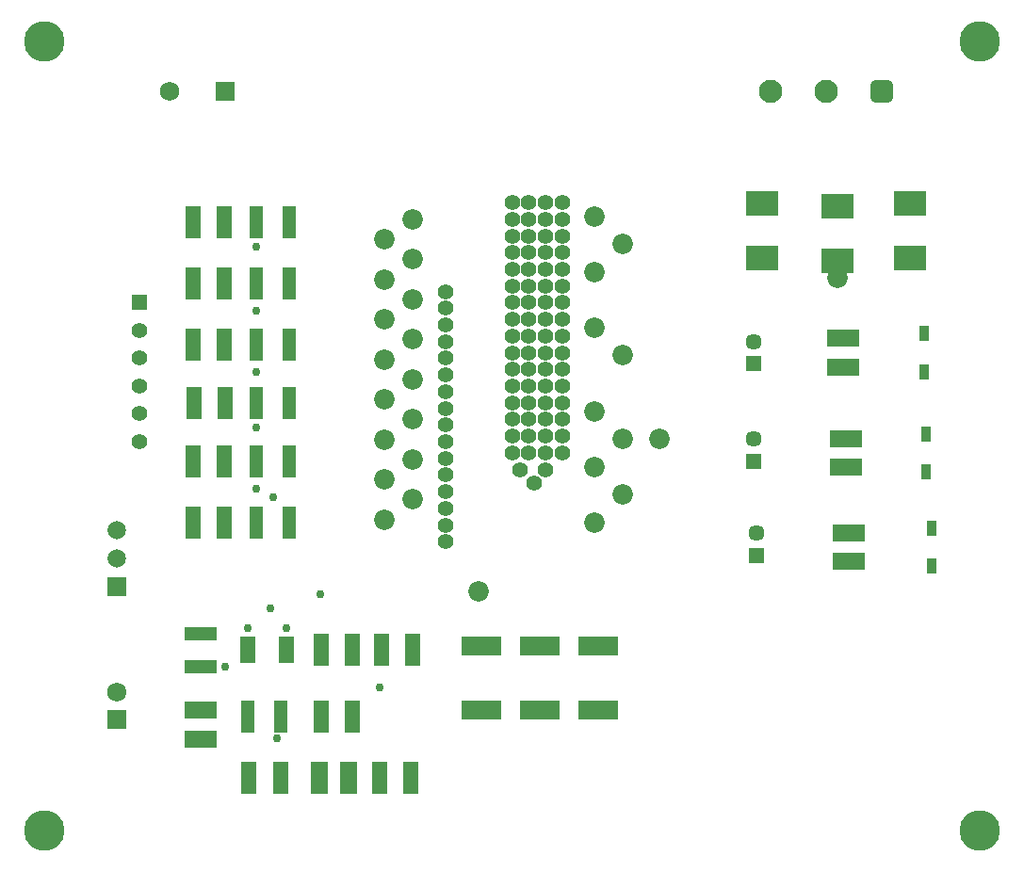
<source format=gts>
G04*
G04 #@! TF.GenerationSoftware,Altium Limited,Altium Designer,23.4.1 (23)*
G04*
G04 Layer_Color=8388736*
%FSLAX44Y44*%
%MOMM*%
G71*
G04*
G04 #@! TF.SameCoordinates,23056885-4623-4C4A-AB4B-1A291C1D203A*
G04*
G04*
G04 #@! TF.FilePolarity,Negative*
G04*
G01*
G75*
%ADD26R,2.8700X1.5000*%
%ADD27R,0.9500X1.4500*%
%ADD28R,1.4000X2.8500*%
%ADD29R,1.3000X2.8500*%
%ADD30R,2.9500X2.3000*%
%ADD31R,3.6000X1.8000*%
%ADD32R,2.8500X1.2500*%
%ADD33R,1.4000X2.4500*%
%ADD34R,1.5000X2.8700*%
%ADD35C,1.8450*%
%ADD36C,2.1000*%
G04:AMPARAMS|DCode=37|XSize=2.1mm|YSize=2.1mm|CornerRadius=0.5625mm|HoleSize=0mm|Usage=FLASHONLY|Rotation=180.000|XOffset=0mm|YOffset=0mm|HoleType=Round|Shape=RoundedRectangle|*
%AMROUNDEDRECTD37*
21,1,2.1000,0.9750,0,0,180.0*
21,1,0.9750,2.1000,0,0,180.0*
1,1,1.1250,-0.4875,0.4875*
1,1,1.1250,0.4875,0.4875*
1,1,1.1250,0.4875,-0.4875*
1,1,1.1250,-0.4875,-0.4875*
%
%ADD37ROUNDEDRECTD37*%
%ADD38C,1.7500*%
%ADD39R,1.7500X1.7500*%
%ADD40C,3.6500*%
%ADD41C,1.7250*%
%ADD42R,1.7250X1.7250*%
%ADD43R,1.4500X1.4500*%
%ADD44C,1.4500*%
%ADD45C,1.6580*%
%ADD46R,1.6580X1.6580*%
%ADD47C,1.4000*%
%ADD48R,1.4000X1.4000*%
%ADD49C,1.4200*%
%ADD50C,0.7500*%
D26*
X750000Y357100D02*
D03*
Y382900D02*
D03*
X170000Y138300D02*
D03*
Y112500D02*
D03*
X752500Y297900D02*
D03*
Y272100D02*
D03*
X747500Y472900D02*
D03*
Y447100D02*
D03*
D27*
X822500Y387000D02*
D03*
Y353000D02*
D03*
X827500Y268000D02*
D03*
Y302000D02*
D03*
X820000Y443000D02*
D03*
Y477000D02*
D03*
D28*
X306750Y192500D02*
D03*
X278250D02*
D03*
X361000D02*
D03*
X332500D02*
D03*
X278250Y132500D02*
D03*
X306750D02*
D03*
X163250Y467500D02*
D03*
X191750D02*
D03*
X163250Y577500D02*
D03*
X191750D02*
D03*
Y307500D02*
D03*
X163250D02*
D03*
X191750Y362500D02*
D03*
X163250D02*
D03*
X213250Y77500D02*
D03*
X241750D02*
D03*
X330750Y77500D02*
D03*
X359250D02*
D03*
X192500Y415000D02*
D03*
X164000D02*
D03*
X191750Y522500D02*
D03*
X163250D02*
D03*
D29*
X250000Y577500D02*
D03*
X220000D02*
D03*
X250000Y467500D02*
D03*
X220000D02*
D03*
Y307500D02*
D03*
X250000D02*
D03*
X220000Y362500D02*
D03*
X250000D02*
D03*
X220000Y415000D02*
D03*
X250000D02*
D03*
X242500Y132500D02*
D03*
X212500D02*
D03*
X220000Y522500D02*
D03*
X250000D02*
D03*
D30*
X807500Y545450D02*
D03*
Y594550D02*
D03*
X742500Y542950D02*
D03*
Y592050D02*
D03*
X675000Y545450D02*
D03*
Y594550D02*
D03*
D31*
X422500Y196000D02*
D03*
Y139000D02*
D03*
X475000Y196000D02*
D03*
Y139000D02*
D03*
X527500Y196000D02*
D03*
Y139000D02*
D03*
D32*
X170000Y177500D02*
D03*
Y207500D02*
D03*
D33*
X212750Y192500D02*
D03*
X247250D02*
D03*
D34*
X277100Y77500D02*
D03*
X302900D02*
D03*
D35*
X524500Y582500D02*
D03*
X549900Y557499D02*
D03*
X524500Y532500D02*
D03*
Y482500D02*
D03*
X549900Y457500D02*
D03*
X524500Y407500D02*
D03*
X549900Y382500D02*
D03*
X524500Y357500D02*
D03*
X549900Y332500D02*
D03*
X524500Y307499D02*
D03*
X335100Y310000D02*
D03*
X360500Y328000D02*
D03*
X335100Y346000D02*
D03*
X360500Y364000D02*
D03*
X335100Y382000D02*
D03*
X360500Y400000D02*
D03*
X335100Y418000D02*
D03*
X360500Y436000D02*
D03*
X335100Y453999D02*
D03*
X360500Y472000D02*
D03*
X335100Y490000D02*
D03*
X360500Y508000D02*
D03*
X335100Y526000D02*
D03*
X360500Y544000D02*
D03*
X335100Y562000D02*
D03*
X360500Y580000D02*
D03*
X420000Y245000D02*
D03*
X582500Y382500D02*
D03*
X742500Y527500D02*
D03*
D36*
X682503Y695000D02*
D03*
X732503D02*
D03*
D37*
X782502D02*
D03*
D38*
X142500Y695000D02*
D03*
D39*
X192500D02*
D03*
D40*
X30000Y740000D02*
D03*
Y30000D02*
D03*
X870000D02*
D03*
Y740000D02*
D03*
D41*
X95000Y155000D02*
D03*
D42*
Y130000D02*
D03*
D43*
X667500Y362500D02*
D03*
Y450000D02*
D03*
X670000Y277500D02*
D03*
D44*
X667500Y382500D02*
D03*
Y470000D02*
D03*
X670000Y297500D02*
D03*
D45*
X94750Y300000D02*
D03*
Y275000D02*
D03*
D46*
Y250000D02*
D03*
D47*
X115500Y379999D02*
D03*
Y405000D02*
D03*
Y430000D02*
D03*
Y454999D02*
D03*
Y480000D02*
D03*
D48*
Y504999D02*
D03*
D49*
X470000Y342500D02*
D03*
X390000Y320000D02*
D03*
Y305000D02*
D03*
Y290000D02*
D03*
Y335000D02*
D03*
Y425000D02*
D03*
Y410000D02*
D03*
Y395000D02*
D03*
Y350000D02*
D03*
Y365000D02*
D03*
Y380000D02*
D03*
Y470000D02*
D03*
Y455000D02*
D03*
Y440000D02*
D03*
Y485000D02*
D03*
Y500000D02*
D03*
Y515000D02*
D03*
X480000Y355000D02*
D03*
X457500D02*
D03*
X450000Y370000D02*
D03*
X465000D02*
D03*
X480000D02*
D03*
X495000D02*
D03*
X450000Y385000D02*
D03*
X465000D02*
D03*
X480000D02*
D03*
X495000D02*
D03*
X450000Y400000D02*
D03*
X465000D02*
D03*
X480000D02*
D03*
X495000D02*
D03*
X450000Y415000D02*
D03*
X465000D02*
D03*
X480000D02*
D03*
X495000D02*
D03*
X450000Y430000D02*
D03*
X465000D02*
D03*
X480000D02*
D03*
X495000D02*
D03*
X450000Y445000D02*
D03*
X465000D02*
D03*
X480000D02*
D03*
X495000D02*
D03*
X450000Y460000D02*
D03*
X465000D02*
D03*
X480000D02*
D03*
X495000D02*
D03*
X450000Y475000D02*
D03*
X465000D02*
D03*
X480000D02*
D03*
X495000D02*
D03*
X450000Y490000D02*
D03*
X465000D02*
D03*
X480000D02*
D03*
X495000D02*
D03*
X450000Y505000D02*
D03*
X465000D02*
D03*
X480000D02*
D03*
X495000D02*
D03*
X450000Y520000D02*
D03*
X465000D02*
D03*
X480000D02*
D03*
X495000D02*
D03*
X450000Y535000D02*
D03*
X465000D02*
D03*
X480000D02*
D03*
X495000D02*
D03*
X450000Y550000D02*
D03*
X465000D02*
D03*
X480000D02*
D03*
X495000D02*
D03*
X450000Y565000D02*
D03*
X465000D02*
D03*
X480000D02*
D03*
X495000D02*
D03*
X450000Y580000D02*
D03*
X465000D02*
D03*
X480000D02*
D03*
X495000D02*
D03*
Y595000D02*
D03*
X480000D02*
D03*
X465000D02*
D03*
X450000D02*
D03*
D50*
X232500Y230000D02*
D03*
X212500Y212500D02*
D03*
X277500Y242500D02*
D03*
X247250Y212250D02*
D03*
X192500Y177500D02*
D03*
X330750Y159250D02*
D03*
X235000Y330000D02*
D03*
X220000Y337500D02*
D03*
Y392500D02*
D03*
Y442500D02*
D03*
Y555000D02*
D03*
Y497500D02*
D03*
X238526Y113420D02*
D03*
M02*

</source>
